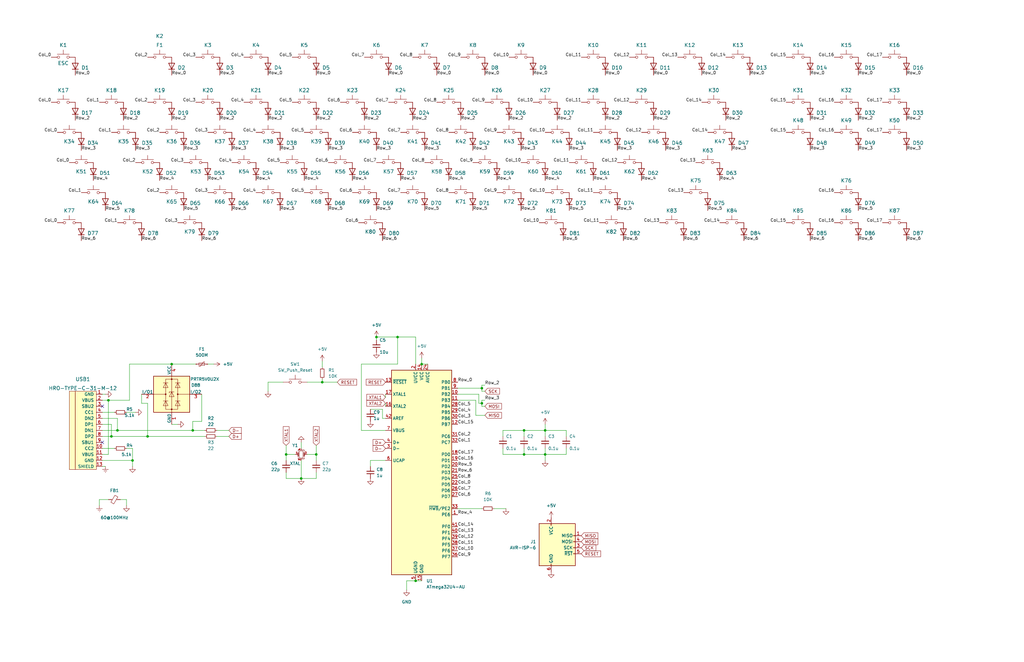
<source format=kicad_sch>
(kicad_sch (version 20211123) (generator eeschema)
  (paper "B")
  (junction (at 49.53 181.61))
  (junction (at 229.87 181.61))
  (junction (at 167.64 142.24))
  (junction (at 81.28 181.61))
  (junction (at 135.89 161.29))
  (junction (at 133.35 191.77))
  (junction (at 203.2 170.18))
  (junction (at 55.88 194.31))
  (junction (at 62.23 184.15))
  (junction (at 127 201.93))
  (junction (at 46.99 184.15))
  (junction (at 175.26 245.11))
  (junction (at 120.65 191.77))
  (junction (at 45.72 168.91))
  (junction (at 220.98 181.61))
  (junction (at 177.8 153.67))
  (junction (at 72.39 153.67))
  (junction (at 220.98 191.77))
  (junction (at 203.2 163.83))
  (junction (at 158.75 142.24))
  (junction (at 229.87 191.77))
  (no_connect (at 43.18 171.45))
  (no_connect (at 43.18 186.69))
  (wire (pts (xy 59.69 170.18) (xy 62.23 170.18)))
  (wire (pts (xy 85.09 177.8) (xy 81.28 177.8)))
  (wire (pts (xy 156.21 194.31) (xy 156.21 196.85)))
  (wire (pts (xy 135.89 161.29) (xy 142.24 161.29)))
  (wire (pts (xy 161.29 172.72) (xy 156.21 172.72)))
  (wire (pts (xy 81.28 177.8) (xy 81.28 181.61)))
  (wire (pts (xy 133.35 194.31) (xy 133.35 191.77)))
  (wire (pts (xy 201.93 166.37) (xy 201.93 170.18)))
  (wire (pts (xy 72.39 153.67) (xy 82.55 153.67)))
  (wire (pts (xy 55.88 194.31) (xy 55.88 196.85)))
  (wire (pts (xy 162.56 170.18) (xy 162.56 171.45)))
  (wire (pts (xy 203.2 162.56) (xy 204.47 162.56)))
  (wire (pts (xy 212.09 191.77) (xy 220.98 191.77)))
  (wire (pts (xy 41.91 210.82) (xy 41.91 213.36)))
  (wire (pts (xy 127 201.93) (xy 133.35 201.93)))
  (wire (pts (xy 171.45 248.92) (xy 171.45 245.11)))
  (wire (pts (xy 133.35 191.77) (xy 129.54 191.77)))
  (wire (pts (xy 72.39 179.07) (xy 74.93 179.07)))
  (wire (pts (xy 135.89 152.4) (xy 135.89 154.94)))
  (wire (pts (xy 220.98 191.77) (xy 229.87 191.77)))
  (wire (pts (xy 43.18 181.61) (xy 49.53 181.61)))
  (wire (pts (xy 57.15 173.99) (xy 53.34 173.99)))
  (wire (pts (xy 208.28 214.63) (xy 213.36 214.63)))
  (wire (pts (xy 162.56 194.31) (xy 156.21 194.31)))
  (wire (pts (xy 201.93 170.18) (xy 203.2 170.18)))
  (wire (pts (xy 167.64 153.67) (xy 167.64 142.24)))
  (wire (pts (xy 152.4 153.67) (xy 167.64 153.67)))
  (wire (pts (xy 91.44 184.15) (xy 96.52 184.15)))
  (wire (pts (xy 238.76 189.23) (xy 238.76 191.77)))
  (wire (pts (xy 175.26 245.11) (xy 177.8 245.11)))
  (wire (pts (xy 129.54 161.29) (xy 135.89 161.29)))
  (wire (pts (xy 133.35 187.96) (xy 133.35 191.77)))
  (wire (pts (xy 91.44 181.61) (xy 96.52 181.61)))
  (wire (pts (xy 43.18 184.15) (xy 46.99 184.15)))
  (wire (pts (xy 43.18 173.99) (xy 48.26 173.99)))
  (wire (pts (xy 229.87 184.15) (xy 229.87 181.61)))
  (wire (pts (xy 49.53 181.61) (xy 81.28 181.61)))
  (wire (pts (xy 43.18 189.23) (xy 48.26 189.23)))
  (wire (pts (xy 55.88 194.31) (xy 43.18 194.31)))
  (wire (pts (xy 120.65 191.77) (xy 124.46 191.77)))
  (wire (pts (xy 135.89 160.02) (xy 135.89 161.29)))
  (wire (pts (xy 193.04 214.63) (xy 203.2 214.63)))
  (wire (pts (xy 54.61 168.91) (xy 45.72 168.91)))
  (wire (pts (xy 43.18 196.85) (xy 44.45 196.85)))
  (wire (pts (xy 85.09 166.37) (xy 85.09 177.8)))
  (wire (pts (xy 120.65 199.39) (xy 120.65 201.93)))
  (wire (pts (xy 152.4 181.61) (xy 152.4 153.67)))
  (wire (pts (xy 220.98 189.23) (xy 220.98 191.77)))
  (wire (pts (xy 220.98 181.61) (xy 229.87 181.61)))
  (wire (pts (xy 158.75 142.24) (xy 158.75 143.51)))
  (wire (pts (xy 87.63 153.67) (xy 90.17 153.67)))
  (wire (pts (xy 50.8 210.82) (xy 53.34 210.82)))
  (wire (pts (xy 49.53 176.53) (xy 49.53 181.61)))
  (wire (pts (xy 229.87 191.77) (xy 238.76 191.77)))
  (wire (pts (xy 175.26 142.24) (xy 175.26 153.67)))
  (wire (pts (xy 62.23 170.18) (xy 62.23 184.15)))
  (wire (pts (xy 177.8 153.67) (xy 180.34 153.67)))
  (wire (pts (xy 161.29 176.53) (xy 161.29 172.72)))
  (wire (pts (xy 43.18 179.07) (xy 46.99 179.07)))
  (wire (pts (xy 193.04 168.91) (xy 200.66 168.91)))
  (wire (pts (xy 171.45 245.11) (xy 175.26 245.11)))
  (wire (pts (xy 113.03 161.29) (xy 113.03 165.1)))
  (wire (pts (xy 54.61 153.67) (xy 54.61 168.91)))
  (wire (pts (xy 46.99 184.15) (xy 62.23 184.15)))
  (wire (pts (xy 203.2 165.1) (xy 204.47 165.1)))
  (wire (pts (xy 229.87 189.23) (xy 229.87 191.77)))
  (wire (pts (xy 229.87 191.77) (xy 229.87 194.31)))
  (wire (pts (xy 119.38 161.29) (xy 113.03 161.29)))
  (wire (pts (xy 200.66 168.91) (xy 200.66 175.26)))
  (wire (pts (xy 212.09 181.61) (xy 212.09 184.15)))
  (wire (pts (xy 152.4 181.61) (xy 162.56 181.61)))
  (wire (pts (xy 55.88 189.23) (xy 55.88 194.31)))
  (wire (pts (xy 175.26 142.24) (xy 167.64 142.24)))
  (wire (pts (xy 193.04 166.37) (xy 201.93 166.37)))
  (wire (pts (xy 193.04 163.83) (xy 203.2 163.83)))
  (wire (pts (xy 127 194.31) (xy 127 201.93)))
  (wire (pts (xy 43.18 166.37) (xy 44.45 166.37)))
  (wire (pts (xy 127 186.69) (xy 127 189.23)))
  (wire (pts (xy 133.35 201.93) (xy 133.35 199.39)))
  (wire (pts (xy 229.87 181.61) (xy 238.76 181.61)))
  (wire (pts (xy 204.47 168.91) (xy 203.2 168.91)))
  (wire (pts (xy 203.2 171.45) (xy 203.2 170.18)))
  (wire (pts (xy 53.34 189.23) (xy 55.88 189.23)))
  (wire (pts (xy 120.65 187.96) (xy 120.65 191.77)))
  (wire (pts (xy 229.87 179.07) (xy 229.87 181.61)))
  (wire (pts (xy 158.75 142.24) (xy 167.64 142.24)))
  (wire (pts (xy 162.56 176.53) (xy 161.29 176.53)))
  (wire (pts (xy 81.28 181.61) (xy 86.36 181.61)))
  (wire (pts (xy 200.66 175.26) (xy 204.47 175.26)))
  (wire (pts (xy 162.56 167.64) (xy 162.56 166.37)))
  (wire (pts (xy 45.72 191.77) (xy 45.72 168.91)))
  (wire (pts (xy 120.65 191.77) (xy 120.65 194.31)))
  (wire (pts (xy 72.39 153.67) (xy 54.61 153.67)))
  (wire (pts (xy 45.72 168.91) (xy 43.18 168.91)))
  (wire (pts (xy 62.23 184.15) (xy 86.36 184.15)))
  (wire (pts (xy 46.99 179.07) (xy 46.99 184.15)))
  (wire (pts (xy 59.69 166.37) (xy 59.69 170.18)))
  (wire (pts (xy 220.98 181.61) (xy 220.98 184.15)))
  (wire (pts (xy 238.76 184.15) (xy 238.76 181.61)))
  (wire (pts (xy 120.65 201.93) (xy 127 201.93)))
  (wire (pts (xy 41.91 210.82) (xy 45.72 210.82)))
  (wire (pts (xy 43.18 191.77) (xy 45.72 191.77)))
  (wire (pts (xy 204.47 171.45) (xy 203.2 171.45)))
  (wire (pts (xy 203.2 162.56) (xy 203.2 163.83)))
  (wire (pts (xy 212.09 181.61) (xy 220.98 181.61)))
  (wire (pts (xy 177.8 151.13) (xy 177.8 153.67)))
  (wire (pts (xy 53.34 210.82) (xy 53.34 213.36)))
  (wire (pts (xy 212.09 189.23) (xy 212.09 191.77)))
  (wire (pts (xy 203.2 168.91) (xy 203.2 170.18)))
  (wire (pts (xy 43.18 176.53) (xy 49.53 176.53)))
  (wire (pts (xy 203.2 165.1) (xy 203.2 163.83)))
  (label "Col_7" (at 153.67 24.13 180))
  (label "Col_9" (at 204.47 43.18 180))
  (label "Col_2" (at 193.04 184.15 0))
  (label "Col_14" (at 295.91 43.18 180))
  (label "Row_2" (at 306.07 50.8 0))
  (label "Row_0" (at 204.47 31.75 0))
  (label "Col_11" (at 245.11 24.13 180))
  (label "Row_5" (at 44.45 88.9 0))
  (label "Col_17" (at 372.11 24.13 180))
  (label "Col_2" (at 57.15 68.58 180))
  (label "Col_2" (at 67.31 55.88 180))
  (label "Col_7" (at 193.04 207.01 0))
  (label "Row_6" (at 59.69 101.6 0))
  (label "Col_11" (at 250.19 81.28 180))
  (label "Row_3" (at 382.27 63.5 0))
  (label "Col_13" (at 278.13 93.98 180))
  (label "Col_14" (at 306.07 24.13 180))
  (label "Row_0" (at 184.15 31.75 0))
  (label "Col_9" (at 209.55 55.88 180))
  (label "Row_0" (at 193.04 161.29 0))
  (label "Col_8" (at 193.04 201.93 0))
  (label "Col_1" (at 193.04 186.69 0))
  (label "Col_10" (at 219.71 68.58 180))
  (label "Col_3" (at 77.47 68.58 180))
  (label "Col_11" (at 252.73 93.98 180))
  (label "Row_3" (at 280.67 63.5 0))
  (label "Row_3" (at 204.47 168.91 0))
  (label "Col_2" (at 62.23 43.18 180))
  (label "Row_5" (at 118.11 88.9 0))
  (label "Row_3" (at 341.63 63.5 0))
  (label "Col_16" (at 351.79 24.13 180))
  (label "Col_4" (at 102.87 24.13 180))
  (label "Row_6" (at 34.29 101.6 0))
  (label "Row_4" (at 67.31 76.2 0))
  (label "Row_4" (at 128.27 76.2 0))
  (label "Row_2" (at 153.67 50.8 0))
  (label "Row_3" (at 179.07 63.5 0))
  (label "Row_4" (at 168.91 76.2 0))
  (label "Col_11" (at 245.11 43.18 180))
  (label "Col_9" (at 194.31 24.13 180))
  (label "Col_0" (at 21.59 43.18 180))
  (label "Col_0" (at 21.59 24.13 180))
  (label "Row_2" (at 113.03 50.8 0))
  (label "Col_7" (at 163.83 43.18 180))
  (label "Row_4" (at 87.63 76.2 0))
  (label "Col_8" (at 179.07 68.58 180))
  (label "Col_15" (at 331.47 24.13 180))
  (label "Col_5" (at 123.19 24.13 180))
  (label "Col_17" (at 372.11 43.18 180))
  (label "Row_0" (at 72.39 31.75 0))
  (label "Row_2" (at 361.95 50.8 0))
  (label "Col_17" (at 372.11 93.98 180))
  (label "Col_6" (at 138.43 68.58 180))
  (label "Col_9" (at 199.39 68.58 180))
  (label "Col_12" (at 270.51 55.88 180))
  (label "Row_2" (at 234.95 50.8 0))
  (label "Col_4" (at 107.95 55.88 180))
  (label "Row_4" (at 303.53 76.2 0))
  (label "Col_3" (at 74.93 93.98 180))
  (label "Row_0" (at 295.91 31.75 0))
  (label "Col_15" (at 193.04 179.07 0))
  (label "Row_4" (at 270.51 76.2 0))
  (label "Col_0" (at 193.04 204.47 0))
  (label "Col_12" (at 265.43 24.13 180))
  (label "Col_10" (at 193.04 232.41 0))
  (label "Col_6" (at 193.04 209.55 0))
  (label "Row_5" (at 97.79 88.9 0))
  (label "Row_2" (at 255.27 50.8 0))
  (label "Row_4" (at 250.19 76.2 0))
  (label "Row_0" (at 163.83 31.75 0))
  (label "Col_5" (at 193.04 171.45 0))
  (label "Col_7" (at 168.91 81.28 180))
  (label "Row_6" (at 262.89 101.6 0))
  (label "Col_11" (at 193.04 229.87 0))
  (label "Row_2" (at 341.63 50.8 0))
  (label "Col_4" (at 193.04 173.99 0))
  (label "Row_2" (at 133.35 50.8 0))
  (label "Row_0" (at 113.03 31.75 0))
  (label "Col_5" (at 128.27 81.28 180))
  (label "Col_10" (at 229.87 55.88 180))
  (label "Row_6" (at 382.27 101.6 0))
  (label "Col_8" (at 173.99 24.13 180))
  (label "Col_6" (at 148.59 81.28 180))
  (label "Row_3" (at 57.15 63.5 0))
  (label "Col_12" (at 193.04 227.33 0))
  (label "Col_14" (at 303.53 93.98 180))
  (label "Row_0" (at 133.35 31.75 0))
  (label "Col_1" (at 41.91 43.18 180))
  (label "Col_16" (at 351.79 81.28 180))
  (label "Row_3" (at 199.39 63.5 0))
  (label "Row_4" (at 193.04 217.17 0))
  (label "Col_13" (at 288.29 81.28 180))
  (label "Col_14" (at 298.45 55.88 180))
  (label "Row_5" (at 240.03 88.9 0))
  (label "Col_11" (at 240.03 68.58 180))
  (label "Row_3" (at 97.79 63.5 0))
  (label "Col_10" (at 227.33 93.98 180))
  (label "Row_2" (at 52.07 50.8 0))
  (label "Col_9" (at 209.55 81.28 180))
  (label "Col_10" (at 214.63 24.13 180))
  (label "Col_16" (at 351.79 93.98 180))
  (label "Row_6" (at 313.69 101.6 0))
  (label "Row_6" (at 85.09 101.6 0))
  (label "Col_1" (at 46.99 55.88 180))
  (label "Row_6" (at 237.49 101.6 0))
  (label "Col_16" (at 193.04 194.31 0))
  (label "Col_5" (at 123.19 43.18 180))
  (label "Col_13" (at 193.04 224.79 0))
  (label "Row_2" (at 92.71 50.8 0))
  (label "Row_0" (at 31.75 31.75 0))
  (label "Col_3" (at 82.55 24.13 180))
  (label "Row_3" (at 240.03 63.5 0))
  (label "Col_3" (at 193.04 176.53 0))
  (label "Row_0" (at 361.95 31.75 0))
  (label "Col_7" (at 158.75 68.58 180))
  (label "Col_2" (at 67.31 81.28 180))
  (label "Row_3" (at 34.29 63.5 0))
  (label "Row_5" (at 219.71 88.9 0))
  (label "Col_14" (at 193.04 222.25 0))
  (label "Row_2" (at 275.59 50.8 0))
  (label "Col_17" (at 193.04 191.77 0))
  (label "Row_2" (at 204.47 162.56 0))
  (label "Row_3" (at 158.75 63.5 0))
  (label "Col_6" (at 151.13 93.98 180))
  (label "Row_6" (at 341.63 101.6 0))
  (label "Row_0" (at 224.79 31.75 0))
  (label "Col_15" (at 331.47 43.18 180))
  (label "Row_5" (at 179.07 88.9 0))
  (label "Row_6" (at 161.29 101.6 0))
  (label "Row_5" (at 193.04 196.85 0))
  (label "Col_3" (at 87.63 81.28 180))
  (label "Col_17" (at 372.11 55.88 180))
  (label "Row_3" (at 219.71 63.5 0))
  (label "Col_11" (at 250.19 55.88 180))
  (label "Row_3" (at 118.11 63.5 0))
  (label "Row_3" (at 77.47 63.5 0))
  (label "Col_15" (at 331.47 93.98 180))
  (label "Row_4" (at 209.55 76.2 0))
  (label "Row_5" (at 361.95 88.9 0))
  (label "Col_0" (at 29.21 68.58 180))
  (label "Col_8" (at 189.23 81.28 180))
  (label "Col_0" (at 24.13 93.98 180))
  (label "Col_5" (at 128.27 55.88 180))
  (label "Row_2" (at 72.39 50.8 0))
  (label "Col_2" (at 62.23 24.13 180))
  (label "Col_8" (at 184.15 43.18 180))
  (label "Row_5" (at 138.43 88.9 0))
  (label "Col_16" (at 351.79 43.18 180))
  (label "Row_0" (at 382.27 31.75 0))
  (label "Col_3" (at 82.55 43.18 180))
  (label "Col_15" (at 331.47 55.88 180))
  (label "Col_4" (at 102.87 43.18 180))
  (label "Col_1" (at 49.53 93.98 180))
  (label "Row_4" (at 229.87 76.2 0))
  (label "Row_2" (at 31.75 50.8 0))
  (label "Row_0" (at 275.59 31.75 0))
  (label "Row_5" (at 77.47 88.9 0))
  (label "Row_6" (at 361.95 101.6 0))
  (label "Row_2" (at 382.27 50.8 0))
  (label "Col_10" (at 229.87 81.28 180))
  (label "Col_12" (at 260.35 68.58 180))
  (label "Col_6" (at 143.51 43.18 180))
  (label "Row_3" (at 260.35 63.5 0))
  (label "Col_12" (at 265.43 43.18 180))
  (label "Row_5" (at 199.39 88.9 0))
  (label "Row_4" (at 148.59 76.2 0))
  (label "Col_13" (at 293.37 68.58 180))
  (label "Col_13" (at 285.75 24.13 180))
  (label "Row_6" (at 193.04 199.39 0))
  (label "Col_7" (at 168.91 55.88 180))
  (label "Row_4" (at 189.23 76.2 0))
  (label "Col_3" (at 87.63 55.88 180))
  (label "Row_4" (at 107.95 76.2 0))
  (label "Row_2" (at 214.63 50.8 0))
  (label "Col_10" (at 224.79 43.18 180))
  (label "Col_8" (at 189.23 55.88 180))
  (label "Row_3" (at 361.95 63.5 0))
  (label "Col_4" (at 107.95 81.28 180))
  (label "Row_2" (at 194.31 50.8 0))
  (label "Col_16" (at 351.79 55.88 180))
  (label "Row_4" (at 39.37 76.2 0))
  (label "Row_0" (at 341.63 31.75 0))
  (label "Row_3" (at 138.43 63.5 0))
  (label "Col_1" (at 34.29 81.28 180))
  (label "Col_0" (at 24.13 55.88 180))
  (label "Row_5" (at 298.45 88.9 0))
  (label "Row_0" (at 316.23 31.75 0))
  (label "Row_2" (at 173.99 50.8 0))
  (label "Col_5" (at 118.11 68.58 180))
  (label "Col_9" (at 193.04 234.95 0))
  (label "Row_0" (at 92.71 31.75 0))
  (label "Row_3" (at 308.61 63.5 0))
  (label "Col_6" (at 148.59 55.88 180))
  (label "Row_5" (at 158.75 88.9 0))
  (label "Row_5" (at 260.35 88.9 0))
  (label "Col_4" (at 97.79 68.58 180))
  (label "Row_0" (at 255.27 31.75 0))
  (label "Row_6" (at 288.29 101.6 0))
  (global_label "XTAL2" (shape input) (at 162.56 170.18 180) (property "Références Inter-Feuilles" "${INTERSHEET_REFS}" (effects hide)))
  (global_label "RESET" (shape input) (at 162.56 161.29 180) (property "Références Inter-Feuilles" "${INTERSHEET_REFS}" (effects hide)))
  (global_label "D-" (shape input) (at 162.56 189.23 180) (property "Références Inter-Feuilles" "${INTERSHEET_REFS}" (effects hide)))
  (global_label "SCK" (shape input) (at 204.47 165.1 0) (property "Références Inter-Feuilles" "${INTERSHEET_REFS}" (effects hide)))
  (global_label "XTAL1" (shape input) (at 120.65 187.96 90) (property "Références Inter-Feuilles" "${INTERSHEET_REFS}" (effects hide)))
  (global_label "MOSI" (shape input) (at 245.11 228.6 0) (property "Références Inter-Feuilles" "${INTERSHEET_REFS}" (effects hide)))
  (global_label "SCK" (shape input) (at 245.11 231.14 0) (property "Références Inter-Feuilles" "${INTERSHEET_REFS}" (effects hide)))
  (global_label "D+" (shape input) (at 96.52 184.15 0) (property "Références Inter-Feuilles" "${INTERSHEET_REFS}" (effects hide)))
  (global_label "MISO" (shape input) (at 245.11 226.06 0) (property "Références Inter-Feuilles" "${INTERSHEET_REFS}" (effects hide)))
  (global_label "D+" (shape input) (at 162.56 186.69 180) (property "Références Inter-Feuilles" "${INTERSHEET_REFS}" (effects hide)))
  (global_label "RESET" (shape input) (at 245.11 233.68 0) (property "Références Inter-Feuilles" "${INTERSHEET_REFS}" (effects hide)))
  (global_label "XTAL2" (shape input) (at 133.35 187.96 90) (property "Références Inter-Feuilles" "${INTERSHEET_REFS}" (effects hide)))
  (global_label "D-" (shape input) (at 96.52 181.61 0) (property "Références Inter-Feuilles" "${INTERSHEET_REFS}" (effects hide)))
  (global_label "XTAL1" (shape input) (at 162.56 167.64 180) (property "Références Inter-Feuilles" "${INTERSHEET_REFS}" (effects hide)))
  (global_label "MOSI" (shape input) (at 204.47 171.45 0) (property "Références Inter-Feuilles" "${INTERSHEET_REFS}" (effects hide)))
  (global_label "MISO" (shape input) (at 204.47 175.26 0) (property "Références Inter-Feuilles" "${INTERSHEET_REFS}" (effects hide)))
  (global_label "RESET" (shape input) (at 142.24 161.29 0) (property "Références Inter-Feuilles" "${INTERSHEET_REFS}" (effects hide)))
  (symbol (lib_id "Switch:SW_Push") (at 265.43 68.58 0) (unit 1)
    (property "Reference" "K62" (at 265.43 72.39 0) (effects (font (size 1.524 1.524))))
    (property "Value" "È" (effects hide))
    (property "Footprint" "Button_Switch_Keyboard:SW_Cherry_MX_1.00u_PCB" (effects hide))
  )
  (symbol (lib_id "Device:D") (at 97.79 85.09 90) (unit 1)
    (property "Reference" "D66" (at 100.33 85.725 90) (effects (font (size 1.524 1.524)) (justify right)))
    (property "Value" "D" (effects hide))
    (property "Footprint" "Diode_SMD:D_SOD-123" (effects hide))
  )
  (symbol (lib_id "Device:D") (at 382.27 59.69 90) (unit 1)
    (property "Reference" "D50" (at 384.81 60.325 90) (effects (font (size 1.524 1.524)) (justify right)))
    (property "Value" "D" (effects hide))
    (property "Footprint" "Diode_SMD:D_SOD-123" (effects hide))
  )
  (symbol (lib_id "Switch:SW_Push") (at 290.83 24.13 0) (unit 1)
    (property "Reference" "K12" (at 290.83 19.05 0) (effects (font (size 1.524 1.524))))
    (property "Value" "F11" (effects hide))
    (property "Footprint" "Button_Switch_Keyboard:SW_Cherry_MX_1.00u_PCB" (effects hide))
  )
  (symbol (lib_id "Switch:SW_Push") (at 153.67 55.88 0) (unit 1)
    (property "Reference" "K40" (at 153.67 59.69 0) (effects (font (size 1.524 1.524))))
    (property "Value" "Y" (effects hide))
    (property "Footprint" "Button_Switch_Keyboard:SW_Cherry_MX_1.00u_PCB" (effects hide))
  )
  (symbol (lib_id "power:GND") (at 156.21 201.93 0) (unit 1)
    (property "Reference" "#PWR0109" (effects hide))
    (property "Value" "GND" (effects hide))
  )
  (symbol (lib_id "Switch:SW_Push") (at 184.15 68.58 0) (unit 1)
    (property "Reference" "K58" (at 184.15 72.39 0) (effects (font (size 1.524 1.524))))
    (property "Value" "J" (effects hide))
    (property "Footprint" "Button_Switch_Keyboard:SW_Cherry_MX_1.00u_PCB" (effects hide))
  )
  (symbol (lib_id "Switch:SW_Push") (at 204.47 68.58 0) (unit 1)
    (property "Reference" "K59" (at 204.47 72.39 0) (effects (font (size 1.524 1.524))))
    (property "Value" "K" (effects hide))
    (property "Footprint" "Button_Switch_Keyboard:SW_Cherry_MX_1.00u_PCB" (effects hide))
  )
  (symbol (lib_id "Device:D") (at 298.45 85.09 90) (unit 1)
    (property "Reference" "D75" (at 300.99 85.725 90) (effects (font (size 1.524 1.524)) (justify right)))
    (property "Value" "D" (effects hide))
    (property "Footprint" "Diode_SMD:D_SOD-123" (effects hide))
  )
  (symbol (lib_id "power:GND") (at 127 201.93 0) (unit 1)
    (property "Reference" "#PWR0110" (effects hide))
    (property "Value" "GND" (effects hide))
  )
  (symbol (lib_id "Device:C_Small") (at 229.87 186.69 180) (unit 1)
    (property "Reference" "C3" (at 231.14 184.15 0) (effects (justify right)))
    (property "Value" "0.1u" (at 231.14 189.23 0) (effects (justify right)))
    (property "Footprint" "Capacitor_SMD:C_0805_2012Metric_Pad1.18x1.45mm_HandSolder" (effects hide))
  )
  (symbol (lib_id "Connector:AVR-ISP-6") (at 234.95 231.14 0) (unit 1)
    (property "Reference" "J1" (at 226.06 228.5999 0) (effects (justify right)))
    (property "Value" "AVR-ISP-6" (at 226.06 231.1399 0) (effects (justify right)))
    (property "Footprint" "random-keyboard-parts:Reset_Pretty-Mask" (effects hide))
    (property "Datasheet" " ~" (effects hide))
  )
  (symbol (lib_id "Device:D") (at 361.95 46.99 90) (unit 1)
    (property "Reference" "D32" (at 364.49 47.625 90) (effects (font (size 1.524 1.524)) (justify right)))
    (property "Value" "D" (effects hide))
    (property "Footprint" "Diode_SMD:D_SOD-123" (effects hide))
  )
  (symbol (lib_id "power:GND") (at 232.41 241.3 0) (unit 1)
    (property "Reference" "#PWR09" (effects hide))
    (property "Value" "GND" (effects hide))
  )
  (symbol (lib_id "Device:D") (at 240.03 85.09 90) (unit 1)
    (property "Reference" "D73" (at 242.57 85.725 90) (effects (font (size 1.524 1.524)) (justify right)))
    (property "Value" "D" (effects hide))
    (property "Footprint" "Diode_SMD:D_SOD-123" (effects hide))
  )
  (symbol (lib_id "power:+5V") (at 232.41 218.44 0) (unit 1)
    (property "Reference" "#PWR03" (effects hide))
    (property "Value" "+5V" (at 232.41 213.36 0))
  )
  (symbol (lib_id "Device:D") (at 153.67 46.99 90) (unit 1)
    (property "Reference" "D23" (at 156.21 47.625 90) (effects (font (size 1.524 1.524)) (justify right)))
    (property "Value" "D" (effects hide))
    (property "Footprint" "Diode_SMD:D_SOD-123" (effects hide))
  )
  (symbol (lib_id "Switch:SW_Push") (at 143.51 68.58 0) (unit 1)
    (property "Reference" "K56" (at 143.51 72.39 0) (effects (font (size 1.524 1.524))))
    (property "Value" "G" (effects hide))
    (property "Footprint" "Button_Switch_Keyboard:SW_Cherry_MX_1.00u_PCB" (effects hide))
  )
  (symbol (lib_id "Switch:SW_Push") (at 26.67 24.13 0) (unit 1)
    (property "Reference" "K1" (at 26.67 19.05 0) (effects (font (size 1.524 1.524))))
    (property "Value" "ESC" (at 26.67 26.67 0) (effects (font (size 1.524 1.524))))
    (property "Footprint" "Button_Switch_Keyboard:SW_Cherry_MX_1.00u_PCB" (effects hide))
  )
  (symbol (lib_id "Device:Crystal_GND24_Small") (at 127 191.77 0) (unit 1)
    (property "Reference" "Y1" (at 124.46 187.96 0))
    (property "Value" "XTAL" (at 124.46 195.58 0))
    (property "Footprint" "Crystal:Crystal_SMD_3225-4Pin_3.2x2.5mm_HandSoldering" (effects hide))
  )
  (symbol (lib_id "Device:D") (at 306.07 46.99 90) (unit 1)
    (property "Reference" "D30" (at 308.61 47.625 90) (effects (font (size 1.524 1.524)) (justify right)))
    (property "Value" "D" (effects hide))
    (property "Footprint" "Diode_SMD:D_SOD-123" (effects hide))
  )
  (symbol (lib_id "Switch:SW_Push") (at 283.21 93.98 0) (unit 1)
    (property "Reference" "K83" (at 283.21 88.9 0) (effects (font (size 1.524 1.524))))
    (property "Value" "MENU" (effects hide))
    (property "Footprint" "Button_Switch_Keyboard:SW_Cherry_MX_1.25u_PCB" (effects hide))
  )
  (symbol (lib_id "Device:D") (at 85.09 97.79 90) (unit 1)
    (property "Reference" "D79" (at 87.63 98.425 90) (effects (font (size 1.524 1.524)) (justify right)))
    (property "Value" "D" (effects hide))
    (property "Footprint" "Diode_SMD:D_SOD-123" (effects hide))
  )
  (symbol (lib_id "Switch:SW_Push") (at 377.19 55.88 0) (unit 1)
    (property "Reference" "K50" (at 377.19 50.8 0) (effects (font (size 1.524 1.524))))
    (property "Value" "Previous" (effects hide))
    (property "Footprint" "Button_Switch_Keyboard:SW_Cherry_MX_1.00u_PCB" (effects hide))
  )
  (symbol (lib_id "Switch:SW_Push") (at 39.37 81.28 0) (unit 1)
    (property "Reference" "K64" (at 39.37 85.09 0) (effects (font (size 1.524 1.524))))
    (property "Value" "MAJ G." (effects hide))
    (property "Footprint" "Button_Switch_Keyboard:SW_Cherry_MX_2.25u_PCB" (effects hide))
  )
  (symbol (lib_id "Device:D") (at 219.71 59.69 90) (unit 1)
    (property "Reference" "D43" (at 222.25 60.325 90) (effects (font (size 1.524 1.524)) (justify right)))
    (property "Value" "D" (effects hide))
    (property "Footprint" "Diode_SMD:D_SOD-123" (effects hide))
  )
  (symbol (lib_id "Switch:SW_Push") (at 163.83 68.58 0) (unit 1)
    (property "Reference" "K57" (at 163.83 72.39 0) (effects (font (size 1.524 1.524))))
    (property "Value" "H" (effects hide))
    (property "Footprint" "Button_Switch_Keyboard:SW_Cherry_MX_1.00u_PCB" (effects hide))
  )
  (symbol (lib_id "Device:D") (at 219.71 85.09 90) (unit 1)
    (property "Reference" "D72" (at 222.25 85.725 90) (effects (font (size 1.524 1.524)) (justify right)))
    (property "Value" "D" (effects hide))
    (property "Footprint" "Diode_SMD:D_SOD-123" (effects hide))
  )
  (symbol (lib_id "Switch:SW_Push") (at 26.67 43.18 0) (unit 1)
    (property "Reference" "K17" (at 26.67 38.1 0) (effects (font (size 1.524 1.524))))
    (property "Value" "/" (effects hide))
    (property "Footprint" "Button_Switch_Keyboard:SW_Cherry_MX_1.00u_PCB" (effects hide))
  )
  (symbol (lib_id "Switch:SW_Push") (at 156.21 93.98 0) (unit 1)
    (property "Reference" "K80" (at 156.21 97.79 0) (effects (font (size 1.524 1.524))))
    (property "Value" "BARRE" (effects hide))
    (property "Footprint" "Button_Switch_Keyboard:SW_Cherry_MX_6.25u_PCB" (effects hide))
  )
  (symbol (lib_id "Device:D") (at 240.03 59.69 90) (unit 1)
    (property "Reference" "D44" (at 242.57 60.325 90) (effects (font (size 1.524 1.524)) (justify right)))
    (property "Value" "D" (effects hide))
    (property "Footprint" "Diode_SMD:D_SOD-123" (effects hide))
  )
  (symbol (lib_id "Device:D") (at 229.87 72.39 90) (unit 1)
    (property "Reference" "D60" (at 232.41 73.025 90) (effects (font (size 1.524 1.524)) (justify right)))
    (property "Value" "D" (effects hide))
    (property "Footprint" "Diode_SMD:D_SOD-123" (effects hide))
  )
  (symbol (lib_id "Switch:SW_Push") (at 336.55 55.88 0) (unit 1)
    (property "Reference" "K48" (at 336.55 50.8 0) (effects (font (size 1.524 1.524))))
    (property "Value" "Suppr" (effects hide))
    (property "Footprint" "Button_Switch_Keyboard:SW_Cherry_MX_1.00u_PCB" (effects hide))
  )
  (symbol (lib_id "Device:D") (at 184.15 27.94 90) (unit 1)
    (property "Reference" "D7" (at 186.69 28.575 90) (effects (font (size 1.524 1.524)) (justify right)))
    (property "Value" "D" (effects hide))
    (property "Footprint" "Diode_SMD:D_SOD-123" (effects hide))
  )
  (symbol (lib_id "Switch:SW_Push") (at 173.99 55.88 0) (unit 1)
    (property "Reference" "K41" (at 173.99 59.69 0) (effects (font (size 1.524 1.524))))
    (property "Value" "U" (effects hide))
    (property "Footprint" "Button_Switch_Keyboard:SW_Cherry_MX_1.00u_PCB" (effects hide))
  )
  (symbol (lib_id "power:GND") (at 229.87 194.31 0) (unit 1)
    (property "Reference" "#PWR0112" (effects hide))
    (property "Value" "GND" (effects hide))
  )
  (symbol (lib_id "power:GND") (at 156.21 177.8 0) (unit 1)
    (property "Reference" "#PWR0114" (effects hide))
    (property "Value" "GND" (effects hide))
  )
  (symbol (lib_id "Device:D") (at 118.11 85.09 90) (unit 1)
    (property "Reference" "D67" (at 120.65 85.725 90) (effects (font (size 1.524 1.524)) (justify right)))
    (property "Value" "D" (effects hide))
    (property "Footprint" "Diode_SMD:D_SOD-123" (effects hide))
  )
  (symbol (lib_id "power:+5V") (at 229.87 179.07 0) (unit 1)
    (property "Reference" "#PWR0104" (effects hide))
    (property "Value" "+5V" (at 229.87 173.99 0))
  )
  (symbol (lib_id "Device:C_Small") (at 133.35 196.85 180) (unit 1)
    (property "Reference" "C7" (at 135.89 195.5735 0) (effects (justify right)))
    (property "Value" "22p" (at 135.89 198.1135 0) (effects (justify right)))
    (property "Footprint" "Capacitor_SMD:C_0805_2012Metric_Pad1.18x1.45mm_HandSolder" (effects hide))
  )
  (symbol (lib_id "Switch:SW_Push") (at 311.15 24.13 0) (unit 1)
    (property "Reference" "K13" (at 311.15 19.05 0) (effects (font (size 1.524 1.524))))
    (property "Value" "F12" (effects hide))
    (property "Footprint" "Button_Switch_Keyboard:SW_Cherry_MX_1.00u_PCB" (effects hide))
  )
  (symbol (lib_id "Device:D") (at 341.63 46.99 90) (unit 1)
    (property "Reference" "D31" (at 344.17 47.625 90) (effects (font (size 1.524 1.524)) (justify right)))
    (property "Value" "D" (effects hide))
    (property "Footprint" "Diode_SMD:D_SOD-123" (effects hide))
  )
  (symbol (lib_id "Device:D") (at 113.03 27.94 90) (unit 1)
    (property "Reference" "D4" (at 115.57 28.575 90) (effects (font (size 1.524 1.524)) (justify right)))
    (property "Value" "D" (effects hide))
    (property "Footprint" "Diode_SMD:D_SOD-123" (effects hide))
  )
  (symbol (lib_id "Device:D") (at 72.39 46.99 90) (unit 1)
    (property "Reference" "D19" (at 74.93 47.625 90) (effects (font (size 1.524 1.524)) (justify right)))
    (property "Value" "D" (effects hide))
    (property "Footprint" "Diode_SMD:D_SOD-123" (effects hide))
  )
  (symbol (lib_id "Switch:SW_Push") (at 224.79 68.58 0) (unit 1)
    (property "Reference" "K60" (at 224.79 72.39 0) (effects (font (size 1.524 1.524))))
    (property "Value" "L" (effects hide))
    (property "Footprint" "Button_Switch_Keyboard:SW_Cherry_MX_1.00u_PCB" (effects hide))
  )
  (symbol (lib_id "Device:C_Small") (at 156.21 199.39 180) (unit 1)
    (property "Reference" "C8" (at 158.75 198.1135 0) (effects (justify right)))
    (property "Value" "1u" (at 158.75 200.6535 0) (effects (justify right)))
    (property "Footprint" "Capacitor_SMD:C_0805_2012Metric_Pad1.18x1.45mm_HandSolder" (effects hide))
  )
  (symbol (lib_id "Switch:SW_Push") (at 194.31 55.88 0) (unit 1)
    (property "Reference" "K42" (at 194.31 59.69 0) (effects (font (size 1.524 1.524))))
    (property "Value" "I" (effects hide))
    (property "Footprint" "Button_Switch_Keyboard:SW_Cherry_MX_1.00u_PCB" (effects hide))
  )
  (symbol (lib_id "Switch:SW_Push") (at 92.71 55.88 0) (unit 1)
    (property "Reference" "K37" (at 92.71 59.69 0) (effects (font (size 1.524 1.524))))
    (property "Value" "E" (effects hide))
    (property "Footprint" "Button_Switch_Keyboard:SW_Cherry_MX_1.00u_PCB" (effects hide))
  )
  (symbol (lib_id "Device:D") (at 77.47 85.09 90) (unit 1)
    (property "Reference" "D65" (at 80.01 85.725 90) (effects (font (size 1.524 1.524)) (justify right)))
    (property "Value" "D" (effects hide))
    (property "Footprint" "Diode_SMD:D_SOD-123" (effects hide))
  )
  (symbol (lib_id "Device:D") (at 382.27 27.94 90) (unit 1)
    (property "Reference" "D16" (at 384.81 28.575 90) (effects (font (size 1.524 1.524)) (justify right)))
    (property "Value" "D" (effects hide))
    (property "Footprint" "Diode_SMD:D_SOD-123" (effects hide))
  )
  (symbol (lib_id "Switch:SW_Push") (at 82.55 68.58 0) (unit 1)
    (property "Reference" "K53" (at 82.55 72.39 0) (effects (font (size 1.524 1.524))))
    (property "Value" "S" (effects hide))
    (property "Footprint" "Button_Switch_Keyboard:SW_Cherry_MX_1.00u_PCB" (effects hide))
  )
  (symbol (lib_id "Switch:SW_Push") (at 153.67 81.28 0) (unit 1)
    (property "Reference" "K69" (at 153.67 85.09 0) (effects (font (size 1.524 1.524))))
    (property "Value" "B" (effects hide))
    (property "Footprint" "Button_Switch_Keyboard:SW_Cherry_MX_1.00u_PCB" (effects hide))
  )
  (symbol (lib_id "Device:D") (at 361.95 97.79 90) (unit 1)
    (property "Reference" "D86" (at 364.49 98.425 90) (effects (font (size 1.524 1.524)) (justify right)))
    (property "Value" "D" (effects hide))
    (property "Footprint" "Diode_SMD:D_SOD-123" (effects hide))
  )
  (symbol (lib_id "Device:D") (at 161.29 97.79 90) (unit 1)
    (property "Reference" "D80" (at 163.83 98.425 90) (effects (font (size 1.524 1.524)) (justify right)))
    (property "Value" "D" (effects hide))
    (property "Footprint" "Diode_SMD:D_SOD-123" (effects hide))
  )
  (symbol (lib_id "Switch:SW_Push") (at 377.19 24.13 0) (unit 1)
    (property "Reference" "K16" (at 377.19 19.05 0) (effects (font (size 1.524 1.524))))
    (property "Value" "Pause" (effects hide))
    (property "Footprint" "Button_Switch_Keyboard:SW_Cherry_MX_1.00u_PCB" (effects hide))
  )
  (symbol (lib_id "Switch:SW_Push") (at 67.31 43.18 0) (unit 1)
    (property "Reference" "K19" (at 67.31 38.1 0) (effects (font (size 1.524 1.524))))
    (property "Value" "2" (effects hide))
    (property "Footprint" "Button_Switch_Keyboard:SW_Cherry_MX_1.00u_PCB" (effects hide))
  )
  (symbol (lib_id "Device:D") (at 361.95 85.09 90) (unit 1)
    (property "Reference" "D76" (at 364.49 85.725 90) (effects (font (size 1.524 1.524)) (justify right)))
    (property "Value" "D" (effects hide))
    (property "Footprint" "Diode_SMD:D_SOD-123" (effects hide))
  )
  (symbol (lib_id "Switch:SW_Push") (at 113.03 81.28 0) (unit 1)
    (property "Reference" "K67" (at 113.03 85.09 0) (effects (font (size 1.524 1.524))))
    (property "Value" "C" (effects hide))
    (property "Footprint" "Button_Switch_Keyboard:SW_Cherry_MX_1.00u_PCB" (effects hide))
  )
  (symbol (lib_id "Switch:SW_Push") (at 87.63 43.18 0) (unit 1)
    (property "Reference" "K20" (at 87.63 38.1 0) (effects (font (size 1.524 1.524))))
    (property "Value" "3" (effects hide))
    (property "Footprint" "Button_Switch_Keyboard:SW_Cherry_MX_1.00u_PCB" (effects hide))
  )
  (symbol (lib_id "Device:D") (at 316.23 27.94 90) (unit 1)
    (property "Reference" "D13" (at 318.77 28.575 90) (effects (font (size 1.524 1.524)) (justify right)))
    (property "Value" "D" (effects hide))
    (property "Footprint" "Diode_SMD:D_SOD-123" (effects hide))
  )
  (symbol (lib_id "Device:D") (at 72.39 27.94 90) (unit 1)
    (property "Reference" "D2" (at 74.93 28.575 90) (effects (font (size 1.524 1.524)) (justify right)))
    (property "Value" "D" (effects hide))
    (property "Footprint" "Diode_SMD:D_SOD-123" (effects hide))
  )
  (symbol (lib_id "Device:C_Small") (at 220.98 186.69 180) (unit 1)
    (property "Reference" "C2" (at 222.25 184.15 0) (effects (justify right)))
    (property "Value" "0.1u" (at 222.25 189.23 0) (effects (justify right)))
    (property "Footprint" "Capacitor_SMD:C_0805_2012Metric_Pad1.18x1.45mm_HandSolder" (effects hide))
  )
  (symbol (lib_id "Switch:SW_Push") (at 124.46 161.29 0) (unit 1)
    (property "Reference" "SW1" (at 124.46 153.67 0))
    (property "Value" "SW_Push_Reset" (at 124.46 156.21 0))
    (property "Footprint" "Button_Switch_SMD:SW_SPST_SKQG_WithStem" (effects hide))
  )
  (symbol (lib_id "Switch:SW_Push") (at 107.95 24.13 0) (unit 1)
    (property "Reference" "K4" (at 107.95 19.05 0) (effects (font (size 1.524 1.524))))
    (property "Value" "F3" (effects hide))
    (property "Footprint" "Button_Switch_Keyboard:SW_Cherry_MX_1.00u_PCB" (effects hide))
  )
  (symbol (lib_id "Device:D") (at 107.95 72.39 90) (unit 1)
    (property "Reference" "D54" (at 110.49 73.025 90) (effects (font (size 1.524 1.524)) (justify right)))
    (property "Value" "D" (effects hide))
    (property "Footprint" "Diode_SMD:D_SOD-123" (effects hide))
  )
  (symbol (lib_id "Switch:SW_Push") (at 29.21 55.88 0) (unit 1)
    (property "Reference" "K34" (at 29.21 59.69 0) (effects (font (size 1.524 1.524))))
    (property "Value" "TAB" (effects hide))
    (property "Footprint" "Button_Switch_Keyboard:SW_Cherry_MX_1.25u_PCB" (effects hide))
  )
  (symbol (lib_id "Switch:SW_Push") (at 148.59 43.18 0) (unit 1)
    (property "Reference" "K23" (at 148.59 38.1 0) (effects (font (size 1.524 1.524))))
    (property "Value" "6" (effects hide))
    (property "Footprint" "Button_Switch_Keyboard:SW_Cherry_MX_1.00u_PCB" (effects hide))
  )
  (symbol (lib_id "Device:D") (at 179.07 85.09 90) (unit 1)
    (property "Reference" "D70" (at 181.61 85.725 90) (effects (font (size 1.524 1.524)) (justify right)))
    (property "Value" "D" (effects hide))
    (property "Footprint" "Diode_SMD:D_SOD-123" (effects hide))
  )
  (symbol (lib_id "Switch:SW_Push") (at 356.87 81.28 0) (unit 1)
    (property "Reference" "K76" (at 356.87 76.2 0) (effects (font (size 1.524 1.524))))
    (property "Value" "UP Arrow" (effects hide))
    (property "Footprint" "Button_Switch_Keyboard:SW_Cherry_MX_1.00u_PCB" (effects hide))
  )
  (symbol (lib_id "Switch:SW_Push") (at 336.55 24.13 0) (unit 1)
    (property "Reference" "K14" (at 336.55 19.05 0) (effects (font (size 1.524 1.524))))
    (property "Value" "Imp_Ecran" (effects hide))
    (property "Footprint" "Button_Switch_Keyboard:SW_Cherry_MX_1.00u_PCB" (effects hide))
  )
  (symbol (lib_id "Switch:SW_Push") (at 194.31 81.28 0) (unit 1)
    (property "Reference" "K71" (at 194.31 85.09 0) (effects (font (size 1.524 1.524))))
    (property "Value" "M" (effects hide))
    (property "Footprint" "Button_Switch_Keyboard:SW_Cherry_MX_1.00u_PCB" (effects hide))
  )
  (symbol (lib_id "Device:D") (at 31.75 46.99 90) (unit 1)
    (property "Reference" "D17" (at 34.29 47.625 90) (effects (font (size 1.524 1.524)) (justify right)))
    (property "Value" "D" (effects hide))
    (property "Footprint" "Diode_SMD:D_SOD-123" (effects hide))
  )
  (symbol (lib_id "Switch:SW_Push") (at 219.71 24.13 0) (unit 1)
    (property "Reference" "K9" (at 219.71 19.05 0) (effects (font (size 1.524 1.524))))
    (property "Value" "F8" (effects hide))
    (property "Footprint" "Button_Switch_Keyboard:SW_Cherry_MX_1.00u_PCB" (effects hide))
  )
  (symbol (lib_id "Type-C:HRO-TYPE-C-31-M-12") (at 40.64 180.34 0) (unit 1)
    (property "Reference" "USB1" (at 34.925 160.02 0) (effects (font (size 1.524 1.524))))
    (property "Value" "HRO-TYPE-C-31-M-12" (at 34.925 163.83 0) (effects (font (size 1.524 1.524))))
    (property "Footprint" "Type-C:HRO-TYPE-C-31-M-12-HandSoldering" (effects hide))
  )
  (symbol (lib_id "Switch:SW_Push") (at 102.87 68.58 0) (unit 1)
    (property "Reference" "K54" (at 102.87 72.39 0) (effects (font (size 1.524 1.524))))
    (property "Value" "D" (effects hide))
    (property "Footprint" "Button_Switch_Keyboard:SW_Cherry_MX_1.00u_PCB" (effects hide))
  )
  (symbol (lib_id "Switch:SW_Push") (at 113.03 55.88 0) (unit 1)
    (property "Reference" "K38" (at 113.03 59.69 0) (effects (font (size 1.524 1.524))))
    (property "Value" "R" (effects hide))
    (property "Footprint" "Button_Switch_Keyboard:SW_Cherry_MX_1.00u_PCB" (effects hide))
  )
  (symbol (lib_id "Device:D") (at 260.35 59.69 90) (unit 1)
    (property "Reference" "D45" (at 262.89 60.325 90) (effects (font (size 1.524 1.524)) (justify right)))
    (property "Value" "D" (effects hide))
    (property "Footprint" "Diode_SMD:D_SOD-123" (effects hide))
  )
  (symbol (lib_id "Device:D") (at 138.43 85.09 90) (unit 1)
    (property "Reference" "D68" (at 140.97 85.725 90) (effects (font (size 1.524 1.524)) (justify right)))
    (property "Value" "D" (effects hide))
    (property "Footprint" "Diode_SMD:D_SOD-123" (effects hide))
  )
  (symbol (lib_id "Device:D") (at 31.75 27.94 90) (unit 1)
    (property "Reference" "D1" (at 34.29 28.575 90) (effects (font (size 1.524 1.524)) (justify right)))
    (property "Value" "D" (effects hide))
    (property "Footprint" "Diode_SMD:D_SOD-123" (effects hide))
  )
  (symbol (lib_id "power:GND") (at 55.88 196.85 0) (unit 1)
    (property "Reference" "#PWR0103" (effects hide))
    (property "Value" "GND" (effects hide))
  )
  (symbol (lib_id "Switch:SW_Push") (at 356.87 55.88 0) (unit 1)
    (property "Reference" "K49" (at 356.87 50.8 0) (effects (font (size 1.524 1.524))))
    (property "Value" "FIN" (effects hide))
    (property "Footprint" "Button_Switch_Keyboard:SW_Cherry_MX_1.00u_PCB" (effects hide))
  )
  (symbol (lib_id "Switch:SW_Push") (at 214.63 55.88 0) (unit 1)
    (property "Reference" "K43" (at 214.63 59.69 0) (effects (font (size 1.524 1.524))))
    (property "Value" "O" (effects hide))
    (property "Footprint" "Button_Switch_Keyboard:SW_Cherry_MX_1.00u_PCB" (effects hide))
  )
  (symbol (lib_id "Device:D") (at 158.75 85.09 90) (unit 1)
    (property "Reference" "D69" (at 161.29 85.725 90) (effects (font (size 1.524 1.524)) (justify right)))
    (property "Value" "D" (effects hide))
    (property "Footprint" "Diode_SMD:D_SOD-123" (effects hide))
  )
  (symbol (lib_id "Switch:SW_Push") (at 270.51 24.13 0) (unit 1)
    (property "Reference" "K11" (at 270.51 19.05 0) (effects (font (size 1.524 1.524))))
    (property "Value" "F10" (effects hide))
    (property "Footprint" "Button_Switch_Keyboard:SW_Cherry_MX_1.00u_PCB" (effects hide))
  )
  (symbol (lib_id "Device:D") (at 224.79 27.94 90) (unit 1)
    (property "Reference" "D9" (at 227.33 28.575 90) (effects (font (size 1.524 1.524)) (justify right)))
    (property "Value" "D" (effects hide))
    (property "Footprint" "Diode_SMD:D_SOD-123" (effects hide))
  )
  (symbol (lib_id "power:GND") (at 158.75 148.59 0) (unit 1)
    (property "Reference" "#PWR0107" (effects hide))
    (property "Value" "GND" (effects hide))
  )
  (symbol (lib_id "Switch:SW_Push") (at 67.31 24.13 0) (unit 1)
    (property "Reference" "K2" (at 67.31 15.24 0) (effects (font (size 1.524 1.524))))
    (property "Value" "F1" (at 67.31 19.05 0) (effects (font (size 1.524 1.524))))
    (property "Footprint" "Button_Switch_Keyboard:SW_Cherry_MX_1.00u_PCB" (effects hide))
  )
  (symbol (lib_id "power:GND") (at 74.93 179.07 90) (unit 1)
    (property "Reference" "#PWR0117" (effects hide))
    (property "Value" "GND" (effects hide))
  )
  (symbol (lib_id "Device:D") (at 255.27 27.94 90) (unit 1)
    (property "Reference" "D10" (at 257.81 28.575 90) (effects (font (size 1.524 1.524)) (justify right)))
    (property "Value" "D" (effects hide))
    (property "Footprint" "Diode_SMD:D_SOD-123" (effects hide))
  )
  (symbol (lib_id "power:GND") (at 44.45 166.37 90) (unit 1)
    (property "Reference" "#PWR0115" (effects hide))
    (property "Value" "GND" (effects hide))
  )
  (symbol (lib_id "Device:D") (at 57.15 59.69 90) (unit 1)
    (property "Reference" "D35" (at 59.69 60.325 90) (effects (font (size 1.524 1.524)) (justify right)))
    (property "Value" "D" (effects hide))
    (property "Footprint" "Diode_SMD:D_SOD-123" (effects hide))
  )
  (symbol (lib_id "Switch:SW_Push") (at 377.19 43.18 0) (unit 1)
    (property "Reference" "K33" (at 377.19 38.1 0) (effects (font (size 1.524 1.524))))
    (property "Value" "Next" (effects hide))
    (property "Footprint" "Button_Switch_Keyboard:SW_Cherry_MX_1.00u_PCB" (effects hide))
  )
  (symbol (lib_id "Device:D") (at 92.71 27.94 90) (unit 1)
    (property "Reference" "D3" (at 95.25 28.575 90) (effects (font (size 1.524 1.524)) (justify right)))
    (property "Value" "D" (effects hide))
    (property "Footprint" "Diode_SMD:D_SOD-123" (effects hide))
  )
  (symbol (lib_id "Switch:SW_Push") (at 356.87 93.98 0) (unit 1)
    (property "Reference" "K86" (at 356.87 88.9 0) (effects (font (size 1.524 1.524))))
    (property "Value" "DOWN Arrow" (effects hide))
    (property "Footprint" "Button_Switch_Keyboard:SW_Cherry_MX_1.00u_PCB" (effects hide))
  )
  (symbol (lib_id "power:GND") (at 171.45 248.92 0) (unit 1)
    (property "Reference" "#PWR016" (effects hide))
    (property "Value" "GND" (at 171.45 254 0))
  )
  (symbol (lib_id "Device:D") (at 194.31 46.99 90) (unit 1)
    (property "Reference" "D25" (at 196.85 47.625 90) (effects (font (size 1.524 1.524)) (justify right)))
    (property "Value" "D" (effects hide))
    (property "Footprint" "Diode_SMD:D_SOD-123" (effects hide))
  )
  (symbol (lib_id "Device:D") (at 275.59 27.94 90) (unit 1)
    (property "Reference" "D11" (at 278.13 28.575 90) (effects (font (size 1.524 1.524)) (justify right)))
    (property "Value" "D" (effects hide))
    (property "Footprint" "Diode_SMD:D_SOD-123" (effects hide))
  )
  (symbol (lib_id "Device:D") (at 97.79 59.69 90) (unit 1)
    (property "Reference" "D37" (at 100.33 60.325 90) (effects (font (size 1.524 1.524)) (justify right)))
    (property "Value" "D" (effects hide))
    (property "Footprint" "Diode_SMD:D_SOD-123" (effects hide))
  )
  (symbol (lib_id "Switch:SW_Push") (at 214.63 81.28 0) (unit 1)
    (property "Reference" "K72" (at 214.63 85.09 0) (effects (font (size 1.524 1.524))))
    (property "Value" "," (effects hide))
    (property "Footprint" "Button_Switch_Keyboard:SW_Cherry_MX_1.00u_PCB" (effects hide))
  )
  (symbol (lib_id "Switch:SW_Push") (at 229.87 43.18 0) (unit 1)
    (property "Reference" "K27" (at 229.87 38.1 0) (effects (font (size 1.524 1.524))))
    (property "Value" "0" (effects hide))
    (property "Footprint" "Button_Switch_Keyboard:SW_Cherry_MX_1.00u_PCB" (effects hide))
  )
  (symbol (lib_id "Switch:SW_Push") (at 128.27 24.13 0) (unit 1)
    (property "Reference" "K5" (at 128.27 19.05 0) (effects (font (size 1.524 1.524))))
    (property "Value" "F4" (effects hide))
    (property "Footprint" "Button_Switch_Keyboard:SW_Cherry_MX_1.00u_PCB" (effects hide))
  )
  (symbol (lib_id "Device:D") (at 118.11 59.69 90) (unit 1)
    (property "Reference" "D38" (at 120.65 60.325 90) (effects (font (size 1.524 1.524)) (justify right)))
    (property "Value" "D" (effects hide))
    (property "Footprint" "Diode_SMD:D_SOD-123" (effects hide))
  )
  (symbol (lib_id "Switch:SW_Push") (at 275.59 55.88 0) (unit 1)
    (property "Reference" "K46" (at 275.59 59.69 0) (effects (font (size 1.524 1.524))))
    (property "Value" "Ç" (effects hide))
    (property "Footprint" "Button_Switch_Keyboard:SW_Cherry_MX_1.00u_PCB" (effects hide))
  )
  (symbol (lib_id "Switch:SW_Push") (at 255.27 55.88 0) (unit 1)
    (property "Reference" "K45" (at 255.27 59.69 0) (effects (font (size 1.524 1.524))))
    (property "Value" "^" (effects hide))
    (property "Footprint" "Button_Switch_Keyboard:SW_Cherry_MX_1.00u_PCB" (effects hide))
  )
  (symbol (lib_id "Switch:SW_Push") (at 234.95 81.28 0) (unit 1)
    (property "Reference" "K73" (at 234.95 85.09 0) (effects (font (size 1.524 1.524))))
    (property "Value" "." (effects hide))
    (property "Footprint" "Button_Switch_Keyboard:SW_Cherry_MX_1.00u_PCB" (effects hide))
  )
  (symbol (lib_id "Device:D") (at 138.43 59.69 90) (unit 1)
    (property "Reference" "D39" (at 140.97 60.325 90) (effects (font (size 1.524 1.524)) (justify right)))
    (property "Value" "D" (effects hide))
    (property "Footprint" "Diode_SMD:D_SOD-123" (effects hide))
  )
  (symbol (lib_id "Device:D") (at 214.63 46.99 90) (unit 1)
    (property "Reference" "D26" (at 217.17 47.625 90) (effects (font (size 1.524 1.524)) (justify right)))
    (property "Value" "D" (effects hide))
    (property "Footprint" "Diode_SMD:D_SOD-123" (effects hide))
  )
  (symbol (lib_id "Switch:SW_Push") (at 303.53 55.88 0) (unit 1)
    (property "Reference" "K47" (at 303.53 59.69 0) (effects (font (size 1.524 1.524))))
    (property "Value" "À" (effects hide))
    (property "Footprint" "Button_Switch_Keyboard:SW_Cherry_MX_1.75u_PCB" (effects hide))
  )
  (symbol (lib_id "Switch:SW_Push") (at 72.39 55.88 0) (unit 1)
    (property "Reference" "K36" (at 72.39 59.69 0) (effects (font (size 1.524 1.524))))
    (property "Value" "W" (effects hide))
    (property "Footprint" "Button_Switch_Keyboard:SW_Cherry_MX_1.00u_PCB" (effects hide))
  )
  (symbol (lib_id "Device:D") (at 59.69 97.79 90) (unit 1)
    (property "Reference" "D78" (at 62.23 98.425 90) (effects (font (size 1.524 1.524)) (justify right)))
    (property "Value" "D" (effects hide))
    (property "Footprint" "Diode_SMD:D_SOD-123" (effects hide))
  )
  (symbol (lib_id "Device:D") (at 77.47 59.69 90) (unit 1)
    (property "Reference" "D36" (at 80.01 60.325 90) (effects (font (size 1.524 1.524)) (justify right)))
    (property "Value" "D" (effects hide))
    (property "Footprint" "Diode_SMD:D_SOD-123" (effects hide))
  )
  (symbol (lib_id "power:GND") (at 53.34 213.36 0) (unit 1)
    (property "Reference" "#PWR0106" (effects hide))
    (property "Value" "GND" (effects hide))
  )
  (symbol (lib_id "Switch:SW_Push") (at 173.99 81.28 0) (unit 1)
    (property "Reference" "K70" (at 173.99 85.09 0) (effects (font (size 1.524 1.524))))
    (property "Value" "N" (effects hide))
    (property "Footprint" "Button_Switch_Keyboard:SW_Cherry_MX_1.00u_PCB" (effects hide))
  )
  (symbol (lib_id "MCU_Microchip_ATmega:ATmega32U4-A") (at 177.8 199.39 0) (unit 1)
    (property "Reference" "U1" (at 179.8194 245.11 0) (effects (justify left)))
    (property "Value" "ATmega32U4-AU" (at 179.8194 247.65 0) (effects (justify left)))
    (property "Footprint" "Package_QFP:TQFP-44_10x10mm_P0.8mm" (effects hide))
    (property "Datasheet" "http://ww1.microchip.com/downloads/en/DeviceDoc/Atmel-7766-8-bit-AVR-ATmega16U4-32U4_Datasheet.pdf" (effects hide))
  )
  (symbol (lib_id "Device:D") (at 237.49 97.79 90) (unit 1)
    (property "Reference" "D81" (at 240.03 98.425 90) (effects (font (size 1.524 1.524)) (justify right)))
    (property "Value" "D" (effects hide))
    (property "Footprint" "Diode_SMD:D_SOD-123" (effects hide))
  )
  (symbol (lib_id "Switch:SW_Push") (at 257.81 93.98 0) (unit 1)
    (property "Reference" "K82" (at 257.81 97.79 0) (effects (font (size 1.524 1.524))))
    (property "Value" "WINDOWS" (effects hide))
    (property "Footprint" "Button_Switch_Keyboard:SW_Cherry_MX_1.25u_PCB" (effects hide))
  )
  (symbol (lib_id "Device:D") (at 133.35 46.99 90) (unit 1)
    (property "Reference" "D22" (at 135.89 47.625 90) (effects (font (size 1.524 1.524)) (justify right)))
    (property "Value" "D" (effects hide))
    (property "Footprint" "Diode_SMD:D_SOD-123" (effects hide))
  )
  (symbol (lib_id "Device:D") (at 158.75 59.69 90) (unit 1)
    (property "Reference" "D40" (at 161.29 60.325 90) (effects (font (size 1.524 1.524)) (justify right)))
    (property "Value" "D" (effects hide))
    (property "Footprint" "Diode_SMD:D_SOD-123" (effects hide))
  )
  (symbol (lib_id "Switch:SW_Push") (at 250.19 43.18 0) (unit 1)
    (property "Reference" "K28" (at 250.19 38.1 0) (effects (font (size 1.524 1.524))))
    (property "Value" "-" (effects hide))
    (property "Footprint" "Button_Switch_Keyboard:SW_Cherry_MX_1.00u_PCB" (effects hide))
  )
  (symbol (lib_id "Switch:SW_Push") (at 300.99 43.18 0) (unit 1)
    (property "Reference" "K30" (at 300.99 38.1 0) (effects (font (size 1.524 1.524))))
    (property "Value" "KEYSW" (effects hide))
    (property "Footprint" "Button_Switch_Keyboard:SW_Cherry_MX_2.00u_PCB" (effects hide))
  )
  (symbol (lib_id "Switch:SW_Push") (at 52.07 55.88 0) (unit 1)
    (property "Reference" "K35" (at 52.07 59.69 0) (effects (font (size 1.524 1.524))))
    (property "Value" "Q" (effects hide))
    (property "Footprint" "Button_Switch_Keyboard:SW_Cherry_MX_1.00u_PCB" (effects hide))
  )
  (symbol (lib_id "Device:D") (at 209.55 72.39 90) (unit 1)
    (property "Reference" "D59" (at 212.09 73.025 90) (effects (font (size 1.524 1.524)) (justify right)))
    (property "Value" "D" (effects hide))
    (property "Footprint" "Diode_SMD:D_SOD-123" (effects hide))
  )
  (symbol (lib_id "Switch:SW_Push") (at 128.27 43.18 0) (unit 1)
    (property "Reference" "K22" (at 128.27 38.1 0) (effects (font (size 1.524 1.524))))
    (property "Value" "5" (effects hide))
    (property "Footprint" "Button_Switch_Keyboard:SW_Cherry_MX_1.00u_PCB" (effects hide))
  )
  (symbol (lib_id "power:+5V") (at 158.75 142.24 0) (mirror y) (unit 1)
    (property "Reference" "#PWR0113" (effects hide))
    (property "Value" "+5V" (at 158.75 137.16 0))
  )
  (symbol (lib_id "Device:C_Small") (at 238.76 186.69 180) (unit 1)
    (property "Reference" "C4" (at 240.03 184.15 0) (effects (justify right)))
    (property "Value" "0.1u" (at 240.03 189.23 0) (effects (justify right)))
    (property "Footprint" "Capacitor_SMD:C_0805_2012Metric_Pad1.18x1.45mm_HandSolder" (effects hide))
  )
  (symbol (lib_id "Device:D") (at 303.53 72.39 90) (unit 1)
    (property "Reference" "D63" (at 306.07 73.025 90) (effects (font (size 1.524 1.524)) (justify right)))
    (property "Value" "D" (effects hide))
    (property "Footprint" "Diode_SMD:D_SOD-123" (effects hide))
  )
  (symbol (lib_id "Switch:SW_Push") (at 356.87 24.13 0) (unit 1)
    (property "Reference" "K15" (at 356.87 19.05 0) (effects (font (size 1.524 1.524))))
    (property "Value" "Defilement" (effects hide))
    (property "Footprint" "Button_Switch_Keyboard:SW_Cherry_MX_1.00u_PCB" (effects hide))
  )
  (symbol (lib_id "Device:R_Small") (at 205.74 214.63 270) (unit 1)
    (property "Reference" "R6" (at 205.74 208.28 90))
    (property "Value" "10K" (at 205.74 210.82 90))
    (property "Footprint" "Resistor_SMD:R_0805_2012Metric_Pad1.20x1.40mm_HandSolder" (effects hide))
  )
  (symbol (lib_id "Power_Protection:PRTR5V0U2X") (at 72.39 166.37 0) (unit 1)
    (property "Reference" "D88" (at 82.55 162.56 0))
    (property "Value" "PRTR5V0U2X" (at 86.36 160.02 0))
    (property "Footprint" "random-keyboard-parts:SOT143B" (effects hide))
    (property "Datasheet" "https://assets.nexperia.com/documents/data-sheet/PRTR5V0U2X.pdf" (effects hide))
  )
  (symbol (lib_id "Device:D") (at 34.29 59.69 90) (unit 1)
    (property "Reference" "D34" (at 36.83 60.325 90) (effects (font (size 1.524 1.524)) (justify right)))
    (property "Value" "D" (effects hide))
    (property "Footprint" "Diode_SMD:D_SOD-123" (effects hide))
  )
  (symbol (lib_id "power:GND") (at 127 186.69 180) (unit 1)
    (property "Reference" "#PWR0118" (effects hide))
    (property "Value" "GND" (effects hide))
  )
  (symbol (lib_id "Device:D") (at 262.89 97.79 90) (unit 1)
    (property "Reference" "D82" (at 265.43 98.425 90) (effects (font (size 1.524 1.524)) (justify right)))
    (property "Value" "D" (effects hide))
    (property "Footprint" "Diode_SMD:D_SOD-123" (effects hide))
  )
  (symbol (lib_id "Device:D") (at 204.47 27.94 90) (unit 1)
    (property "Reference" "D8" (at 207.01 28.575 90) (effects (font (size 1.524 1.524)) (justify right)))
    (property "Value" "D" (effects hide))
    (property "Footprint" "Diode_SMD:D_SOD-123" (effects hide))
  )
  (symbol (lib_id "Switch:SW_Push") (at 234.95 55.88 0) (unit 1)
    (property "Reference" "K44" (at 234.95 59.69 0) (effects (font (size 1.524 1.524))))
    (property "Value" "P" (effects hide))
    (property "Footprint" "Button_Switch_Keyboard:SW_Cherry_MX_1.00u_PCB" (effects hide))
  )
  (symbol (lib_id "Switch:SW_Push") (at 336.55 43.18 0) (unit 1)
    (property "Reference" "K31" (at 336.55 38.1 0) (effects (font (size 1.524 1.524))))
    (property "Value" "Ins" (effects hide))
    (property "Footprint" "Button_Switch_Keyboard:SW_Cherry_MX_1.00u_PCB" (effects hide))
  )
  (symbol (lib_id "Switch:SW_Push") (at 250.19 24.13 0) (unit 1)
    (property "Reference" "K10" (at 250.19 19.05 0) (effects (font (size 1.524 1.524))))
    (property "Value" "F9" (effects hide))
    (property "Footprint" "Button_Switch_Keyboard:SW_Cherry_MX_1.00u_PCB" (effects hide))
  )
  (symbol (lib_id "Switch:SW_Push") (at 158.75 24.13 0) (unit 1)
    (property "Reference" "K6" (at 158.75 19.05 0) (effects (font (size 1.524 1.524))))
    (property "Value" "F5" (effects hide))
    (property "Footprint" "Button_Switch_Keyboard:SW_Cherry_MX_1.00u_PCB" (effects hide))
  )
  (symbol (lib_id "Device:D") (at 280.67 59.69 90) (unit 1)
    (property "Reference" "D46" (at 283.21 60.325 90) (effects (font (size 1.524 1.524)) (justify right)))
    (property "Value" "D" (effects hide))
    (property "Footprint" "Diode_SMD:D_SOD-123" (effects hide))
  )
  (symbol (lib_id "Device:C_Small") (at 212.09 186.69 180) (unit 1)
    (property "Reference" "C1" (at 213.36 184.15 0) (effects (justify right)))
    (property "Value" "0.1u" (at 213.36 189.23 0) (effects (justify right)))
    (property "Footprint" "Capacitor_SMD:C_0805_2012Metric_Pad1.18x1.45mm_HandSolder" (effects hide))
  )
  (symbol (lib_id "power:+5V") (at 135.89 152.4 0) (unit 1)
    (property "Reference" "#PWR01" (effects hide))
    (property "Value" "+5V" (at 135.89 147.32 0))
  )
  (symbol (lib_id "Switch:SW_Push") (at 87.63 24.13 0) (unit 1)
    (property "Reference" "K3" (at 87.63 19.05 0) (effects (font (size 1.524 1.524))))
    (property "Value" "F2" (effects hide))
    (property "Footprint" "Button_Switch_Keyboard:SW_Cherry_MX_1.00u_PCB" (effects hide))
  )
  (symbol (lib_id "Device:D") (at 250.19 72.39 90) (unit 1)
    (property "Reference" "D61" (at 252.73 73.025 90) (effects (font (size 1.524 1.524)) (justify right)))
    (property "Value" "D" (effects hide))
    (property "Footprint" "Diode_SMD:D_SOD-123" (effects hide))
  )
  (symbol (lib_id "Device:D") (at 295.91 27.94 90) (unit 1)
    (property "Reference" "D12" (at 298.45 28.575 90) (effects (font (size 1.524 1.524)) (justify right)))
    (property "Value" "D" (effects hide))
    (property "Footprint" "Diode_SMD:D_SOD-123" (effects hide))
  )
  (symbol (lib_id "Device:D") (at 361.95 27.94 90) (unit 1)
    (property "Reference" "D15" (at 364.49 28.575 90) (effects (font (size 1.524 1.524)) (justify right)))
    (property "Value" "D" (effects hide))
    (property "Footprint" "Diode_SMD:D_SOD-123" (effects hide))
  )
  (symbol (lib_id "Switch:SW_Push") (at 199.39 24.13 0) (unit 1)
    (property "Reference" "K8" (at 199.39 19.05 0) (effects (font (size 1.524 1.524))))
    (property "Value" "F7" (effects hide))
    (property "Footprint" "Button_Switch_Keyboard:SW_Cherry_MX_1.00u_PCB" (effects hide))
  )
  (symbol (lib_id "Device:D") (at 361.95 59.69 90) (unit 1)
    (property "Reference" "D49" (at 364.49 60.325 90) (effects (font (size 1.524 1.524)) (justify right)))
    (property "Value" "D" (effects hide))
    (property "Footprint" "Diode_SMD:D_SOD-123" (effects hide))
  )
  (symbol (lib_id "power:+5V") (at 177.8 151.13 0) (mirror y) (unit 1)
    (property "Reference" "#PWR0105" (effects hide))
    (property "Value" "+5V" (at 177.8 146.05 0))
  )
  (symbol (lib_id "Device:D") (at 270.51 72.39 90) (unit 1)
    (property "Reference" "D62" (at 273.05 73.025 90) (effects (font (size 1.524 1.524)) (justify right)))
    (property "Value" "D" (effects hide))
    (property "Footprint" "Diode_SMD:D_SOD-123" (effects hide))
  )
  (symbol (lib_id "Device:R_Small") (at 50.8 189.23 90) (unit 1)
    (property "Reference" "R4" (at 54.61 187.96 90))
    (property "Value" "5.1k" (at 53.34 191.77 90))
    (property "Footprint" "Resistor_SMD:R_0805_2012Metric_Pad1.20x1.40mm_HandSolder" (effects hide))
  )
  (symbol (lib_id "Device:D") (at 148.59 72.39 90) (unit 1)
    (property "Reference" "D56" (at 151.13 73.025 90) (effects (font (size 1.524 1.524)) (justify right)))
    (property "Value" "D" (effects hide))
    (property "Footprint" "Diode_SMD:D_SOD-123" (effects hide))
  )
  (symbol (lib_id "Device:D") (at 173.99 46.99 90) (unit 1)
    (property "Reference" "D24" (at 176.53 47.625 90) (effects (font (size 1.524 1.524)) (justify right)))
    (property "Value" "D" (effects hide))
    (property "Footprint" "Diode_SMD:D_SOD-123" (effects hide))
  )
  (symbol (lib_id "Switch:SW_Push") (at 356.87 43.18 0) (unit 1)
    (property "Reference" "K32" (at 356.87 38.1 0) (effects (font (size 1.524 1.524))))
    (property "Value" "Debut" (effects hide))
    (property "Footprint" "Button_Switch_Keyboard:SW_Cherry_MX_1.00u_PCB" (effects hide))
  )
  (symbol (lib_id "Device:D") (at 260.35 85.09 90) (unit 1)
    (property "Reference" "D74" (at 262.89 85.725 90) (effects (font (size 1.524 1.524)) (justify right)))
    (property "Value" "D" (effects hide))
    (property "Footprint" "Diode_SMD:D_SOD-123" (effects hide))
  )
  (symbol (lib_id "Device:D") (at 382.27 46.99 90) (unit 1)
    (property "Reference" "D33" (at 384.81 47.625 90) (effects (font (size 1.524 1.524)) (justify right)))
    (property "Value" "D" (effects hide))
    (property "Footprint" "Diode_SMD:D_SOD-123" (effects hide))
  )
  (symbol (lib_id "Device:D") (at 308.61 59.69 90) (unit 1)
    (property "Reference" "D47" (at 311.15 60.325 90) (effects (font (size 1.524 1.524)) (justify right)))
    (property "Value" "D" (effects hide))
    (property "Footprint" "Diode_SMD:D_SOD-123" (effects hide))
  )
  (symbol (lib_id "Device:D") (at 44.45 85.09 90) (unit 1)
    (property "Reference" "D64" (at 46.99 85.725 90) (effects (font (size 1.524 1.524)) (justify right)))
    (property "Value" "D" (effects hide))
    (property "Footprint" "Diode_SMD:D_SOD-123" (effects hide))
  )
  (symbol (lib_id "Switch:SW_Push") (at 293.37 81.28 0) (unit 1)
    (property "Reference" "K75" (at 293.37 76.2 0) (effects (font (size 1.524 1.524))))
    (property "Value" "MAJ D." (effects hide))
    (property "Footprint" "Button_Switch_Keyboard:SW_Cherry_MX_2.75u_PCB" (effects hide))
  )
  (symbol (lib_id "Switch:SW_Push") (at 308.61 93.98 0) (unit 1)
    (property "Reference" "K84" (at 308.61 88.9 0) (effects (font (size 1.524 1.524))))
    (property "Value" "CTRL D." (effects hide))
    (property "Footprint" "Button_Switch_Keyboard:SW_Cherry_MX_1.25u_PCB" (effects hide))
  )
  (symbol (lib_id "Device:D") (at 179.07 59.69 90) (unit 1)
    (property "Reference" "D41" (at 181.61 60.325 90) (effects (font (size 1.524 1.524)) (justify right)))
    (property "Value" "D" (effects hide))
    (property "Footprint" "Diode_SMD:D_SOD-123" (effects hide))
  )
  (symbol (lib_id "Device:FerriteBead_Small") (at 48.26 210.82 90) (unit 1)
    (property "Reference" "FB1" (at 48.26 207.01 90))
    (property "Value" "60@100MHz" (at 48.26 218.44 90))
    (property "Footprint" "Inductor_SMD:L_0805_2012Metric_Pad1.15x1.40mm_HandSolder" (effects hide))
  )
  (symbol (lib_id "Switch:SW_Push") (at 92.71 81.28 0) (unit 1)
    (property "Reference" "K66" (at 92.71 85.09 0) (effects (font (size 1.524 1.524))))
    (property "Value" "X" (effects hide))
    (property "Footprint" "Button_Switch_Keyboard:SW_Cherry_MX_1.00u_PCB" (effects hide))
  )
  (symbol (lib_id "power:GND") (at 113.03 165.1 0) (unit 1)
    (property "Reference" "#PWR0108" (effects hide))
    (property "Value" "GND" (effects hide))
  )
  (symbol (lib_id "Device:D") (at 113.03 46.99 90) (unit 1)
    (property "Reference" "D21" (at 115.57 47.625 90) (effects (font (size 1.524 1.524)) (justify right)))
    (property "Value" "D" (effects hide))
    (property "Footprint" "Diode_SMD:D_SOD-123" (effects hide))
  )
  (symbol (lib_id "Device:D") (at 199.39 85.09 90) (unit 1)
    (property "Reference" "D71" (at 201.93 85.725 90) (effects (font (size 1.524 1.524)) (justify right)))
    (property "Value" "D" (effects hide))
    (property "Footprint" "Diode_SMD:D_SOD-123" (effects hide))
  )
  (symbol (lib_id "Device:D") (at 313.69 97.79 90) (unit 1)
    (property "Reference" "D84" (at 316.23 98.425 90) (effects (font (size 1.524 1.524)) (justify right)))
    (property "Value" "D" (effects hide))
    (property "Footprint" "Diode_SMD:D_SOD-123" (effects hide))
  )
  (symbol (lib_id "Switch:SW_Push") (at 72.39 81.28 0) (unit 1)
    (property "Reference" "K65" (at 72.39 85.09 0) (effects (font (size 1.524 1.524))))
    (property "Value" "Z" (effects hide))
    (property "Footprint" "Button_Switch_Keyboard:SW_Cherry_MX_1.00u_PCB" (effects hide))
  )
  (symbol (lib_id "Switch:SW_Push") (at 80.01 93.98 0) (unit 1)
    (property "Reference" "K79" (at 80.01 97.79 0) (effects (font (size 1.524 1.524))))
    (property "Value" "ALT G." (effects hide))
    (property "Footprint" "Button_Switch_Keyboard:SW_Cherry_MX_1.25u_PCB" (effects hide))
  )
  (symbol (lib_id "Switch:SW_Push") (at 377.19 93.98 0) (unit 1)
    (property "Reference" "K87" (at 377.19 88.9 0) (effects (font (size 1.524 1.524))))
    (property "Value" "RIGHT Arrow" (effects hide))
    (property "Footprint" "Button_Switch_Keyboard:SW_Cherry_MX_1.00u_PCB" (effects hide))
  )
  (symbol (lib_id "Switch:SW_Push") (at 107.95 43.18 0) (unit 1)
    (property "Reference" "K21" (at 107.95 38.1 0) (effects (font (size 1.524 1.524))))
    (property "Value" "4" (effects hide))
    (property "Footprint" "Button_Switch_Keyboard:SW_Cherry_MX_1.00u_PCB" (effects hide))
  )
  (symbol (lib_id "power:Earth") (at 41.91 213.36 0) (unit 1)
    (property "Reference" "#PWR0102" (effects hide))
    (property "Value" "Earth" (effects hide))
  )
  (symbol (lib_id "Switch:SW_Push") (at 29.21 93.98 0) (unit 1)
    (property "Reference" "K77" (at 29.21 88.9 0) (effects (font (size 1.524 1.524))))
    (property "Value" "CTRL G." (effects hide))
    (property "Footprint" "Button_Switch_Keyboard:SW_Cherry_MX_1.25u_PCB" (effects hide))
  )
  (symbol (lib_id "power:+5V") (at 90.17 153.67 270) (unit 1)
    (property "Reference" "#PWR05" (effects hide))
    (property "Value" "+5V" (at 93.98 153.6699 90) (effects (justify left)))
  )
  (symbol (lib_id "Device:D") (at 189.23 72.39 90) (unit 1)
    (property "Reference" "D58" (at 191.77 73.025 90) (effects (font (size 1.524 1.524)) (justify right)))
    (property "Value" "D" (effects hide))
    (property "Footprint" "Diode_SMD:D_SOD-123" (effects hide))
  )
  (symbol (lib_id "Device:R_Small") (at 50.8 173.99 90) (unit 1)
    (property "Reference" "R5" (at 54.61 172.72 90))
    (property "Value" "5.1k" (at 54.61 175.26 90))
    (property "Footprint" "Resistor_SMD:R_0805_2012Metric_Pad1.20x1.40mm_HandSolder" (effects hide))
  )
  (symbol (lib_id "Device:Polyfuse_Small") (at 85.09 153.67 90) (unit 1)
    (property "Reference" "F1" (at 85.09 147.32 90))
    (property "Value" "500M" (at 85.09 149.86 90))
    (property "Footprint" "Fuse:Fuse_1206_3216Metric_Pad1.42x1.75mm_HandSolder" (effects hide))
  )
  (symbol (lib_id "Device:D") (at 133.35 27.94 90) (unit 1)
    (property "Reference" "D5" (at 135.89 28.575 90) (effects (font (size 1.524 1.524)) (justify right)))
    (property "Value" "D" (effects hide))
    (property "Footprint" "Diode_SMD:D_SOD-123" (effects hide))
  )
  (symbol (lib_id "Switch:SW_Push") (at 232.41 93.98 0) (unit 1)
    (property "Reference" "K81" (at 232.41 88.9 0) (effects (font (size 1.524 1.524))))
    (property "Value" "ALT D." (effects hide))
    (property "Footprint" "Button_Switch_Keyboard:SW_Cherry_MX_1.25u_PCB" (effects hide))
  )
  (symbol (lib_id "Device:C_Small") (at 158.75 146.05 180) (unit 1)
    (property "Reference" "C5" (at 160.02 143.51 0) (effects (justify right)))
    (property "Value" "10u" (at 160.02 148.59 0) (effects (justify right)))
    (property "Footprint" "Capacitor_SMD:C_0805_2012Metric_Pad1.18x1.45mm_HandSolder" (effects hide))
  )
  (symbol (lib_id "Device:D") (at 275.59 46.99 90) (unit 1)
    (property "Reference" "D29" (at 278.13 47.625 90) (effects (font (size 1.524 1.524)) (justify right)))
    (property "Value" "D" (effects hide))
    (property "Footprint" "Diode_SMD:D_SOD-123" (effects hide))
  )
  (symbol (lib_id "Device:D") (at 92.71 46.99 90) (unit 1)
    (property "Reference" "D20" (at 95.25 47.625 90) (effects (font (size 1.524 1.524)) (justify right)))
    (property "Value" "D" (effects hide))
    (property "Footprint" "Diode_SMD:D_SOD-123" (effects hide))
  )
  (symbol (lib_id "Switch:SW_Push") (at 62.23 68.58 0) (unit 1)
    (property "Reference" "K52" (at 62.23 72.39 0) (effects (font (size 1.524 1.524))))
    (property "Value" "A" (effects hide))
    (property "Footprint" "Button_Switch_Keyboard:SW_Cherry_MX_1.00u_PCB" (effects hide))
  )
  (symbol (lib_id "Device:D") (at 382.27 97.79 90) (unit 1)
    (property "Reference" "D87" (at 384.81 98.425 90) (effects (font (size 1.524 1.524)) (justify right)))
    (property "Value" "D" (effects hide))
    (property "Footprint" "Diode_SMD:D_SOD-123" (effects hide))
  )
  (symbol (lib_id "Switch:SW_Push") (at 34.29 68.58 0) (unit 1)
    (property "Reference" "K51" (at 34.29 72.39 0) (effects (font (size 1.524 1.524))))
    (property "Value" "CAPS LOCK" (effects hide))
    (property "Footprint" "Button_Switch_Keyboard:SW_Cherry_MX_1.75u_PCB" (effects hide))
  )
  (symbol (lib_id "Device:D") (at 39.37 72.39 90) (unit 1)
    (property "Reference" "D51" (at 41.91 73.025 90) (effects (font (size 1.524 1.524)) (justify right)))
    (property "Value" "D" (effects hide))
    (property "Footprint" "Diode_SMD:D_SOD-123" (effects hide))
  )
  (symbol (lib_id "Switch:SW_Push") (at 298.45 68.58 0) (unit 1)
    (property "Reference" "K63" (at 298.45 63.5 0) (effects (font (size 1.524 1.524))))
    (property "Value" "ENTER" (effects hide))
    (property "Footprint" "Button_Switch_Keyboard:SW_Cherry_MX_2.25u_PCB" (effects hide))
  )
  (symbol (lib_id "Device:R_Small") (at 88.9 181.61 90) (unit 1)
    (property "Reference" "R2" (at 88.9 176.53 90))
    (property "Value" "22" (at 88.9 179.07 90))
    (property "Footprint" "Resistor_SMD:R_0805_2012Metric_Pad1.20x1.40mm_HandSolder" (effects hide))
  )
  (symbol (lib_id "Device:D") (at 163.83 27.94 90) (unit 1)
    (property "Reference" "D6" (at 166.37 28.575 90) (effects (font (size 1.524 1.524)) (justify right)))
    (property "Value" "D" (effects hide))
    (property "Footprint" "Diode_SMD:D_SOD-123" (effects hide))
  )
  (symbol (lib_id "Device:R_Small") (at 135.89 157.48 180) (unit 1)
    (property "Reference" "R1" (at 138.43 156.2099 0) (effects (justify right)))
    (property "Value" "10K" (at 138.43 158.7499 0) (effects (justify right)))
    (property "Footprint" "Resistor_SMD:R_0805_2012Metric_Pad1.20x1.40mm_HandSolder" (effects hide))
  )
  (symbol (lib_id "Device:D") (at 168.91 72.39 90) (unit 1)
    (property "Reference" "D57" (at 171.45 73.025 90) (effects (font (size 1.524 1.524)) (justify right)))
    (property "Value" "D" (effects hide))
    (property "Footprint" "Diode_SMD:D_SOD-123" (effects hide))
  )
  (symbol (lib_id "Device:D") (at 52.07 46.99 90) (unit 1)
    (property "Reference" "D18" (at 54.61 47.625 90) (effects (font (size 1.524 1.524)) (justify right)))
    (property "Value" "D" (effects hide))
    (property "Footprint" "Diode_SMD:D_SOD-123" (effects hide))
  )
  (symbol (lib_id "Switch:SW_Push") (at 133.35 55.88 0) (unit 1)
    (property "Reference" "K39" (at 133.35 59.69 0) (effects (font (size 1.524 1.524))))
    (property "Value" "T" (effects hide))
    (property "Footprint" "Button_Switch_Keyboard:SW_Cherry_MX_1.00u_PCB" (effects hide))
  )
  (symbol (lib_id "Device:C_Small") (at 120.65 196.85 180) (unit 1)
    (property "Reference" "C6" (at 114.3 195.58 0) (effects (justify right)))
    (property "Value" "22p" (at 114.3 198.12 0) (effects (justify right)))
    (property "Footprint" "Capacitor_SMD:C_0805_2012Metric_Pad1.18x1.45mm_HandSolder" (effects hide))
  )
  (symbol (lib_id "Switch:SW_Push") (at 245.11 68.58 0) (unit 1)
    (property "Reference" "K61" (at 245.11 72.39 0) (effects (font (size 1.524 1.524))))
    (property "Value" ";" (effects hide))
    (property "Footprint" "Button_Switch_Keyboard:SW_Cherry_MX_1.00u_PCB" (effects hide))
  )
  (symbol (lib_id "Device:D") (at 255.27 46.99 90) (unit 1)
    (property "Reference" "D28" (at 257.81 47.625 90) (effects (font (size 1.524 1.524)) (justify right)))
    (property "Value" "D" (effects hide))
    (property "Footprint" "Diode_SMD:D_SOD-123" (effects hide))
  )
  (symbol (lib_id "Switch:SW_Push") (at 179.07 24.13 0) (unit 1)
    (property "Reference" "K7" (at 179.07 19.05 0) (effects (font (size 1.524 1.524))))
    (property "Value" "F6" (effects hide))
    (property "Footprint" "Button_Switch_Keyboard:SW_Cherry_MX_1.00u_PCB" (effects hide))
  )
  (symbol (lib_id "Switch:SW_Push") (at 209.55 43.18 0) (unit 1)
    (property "Reference" "K26" (at 209.55 38.1 0) (effects (font (size 1.524 1.524))))
    (property "Value" "9" (effects hide))
    (property "Footprint" "Button_Switch_Keyboard:SW_Cherry_MX_1.00u_PCB" (effects hide))
  )
  (symbol (lib_id "Switch:SW_Push") (at 133.35 81.28 0) (unit 1)
    (property "Reference" "K68" (at 133.35 85.09 0) (effects (font (size 1.524 1.524))))
    (property "Value" "V" (effects hide))
    (property "Footprint" "Button_Switch_Keyboard:SW_Cherry_MX_1.00u_PCB" (effects hide))
  )
  (symbol (lib_id "Switch:SW_Push") (at 54.61 93.98 0) (unit 1)
    (property "Reference" "K78" (at 54.61 88.9 0) (effects (font (size 1.524 1.524))))
    (property "Value" "WINDOWS" (effects hide))
    (property "Footprint" "Button_Switch_Keyboard:SW_Cherry_MX_1.25u_PCB" (effects hide))
  )
  (symbol (lib_id "Switch:SW_Push") (at 255.27 81.28 0) (unit 1)
    (property "Reference" "K74" (at 255.27 85.09 0) (effects (font (size 1.524 1.524))))
    (property "Value" "É" (effects hide))
    (property "Footprint" "Button_Switch_Keyboard:SW_Cherry_MX_1.00u_PCB" (effects hide))
  )
  (symbol (lib_id "Device:D") (at 34.29 97.79 90) (unit 1)
    (property "Reference" "D77" (at 36.83 98.425 90) (effects (font (size 1.524 1.524)) (justify right)))
    (property "Value" "D" (effects hide))
    (property "Footprint" "Diode_SMD:D_SOD-123" (effects hide))
  )
  (symbol (lib_id "Switch:SW_Push") (at 270.51 43.18 0) (unit 1)
    (property "Reference" "K29" (at 270.51 38.1 0) (effects (font (size 1.524 1.524))))
    (property "Value" "=" (effects hide))
    (property "Footprint" "Button_Switch_Keyboard:SW_Cherry_MX_1.00u_PCB" (effects hide))
  )
  (symbol (lib_id "power:Earth") (at 44.45 196.85 0) (unit 1)
    (property "Reference" "#PWR0101" (effects hide))
    (property "Value" "Earth" (effects hide))
  )
  (symbol (lib_id "Switch:SW_Push") (at 189.23 43.18 0) (unit 1)
    (property "Reference" "K25" (at 189.23 38.1 0) (effects (font (size 1.524 1.524))))
    (property "Value" "8" (effects hide))
    (property "Footprint" "Button_Switch_Keyboard:SW_Cherry_MX_1.00u_PCB" (effects hide))
  )
  (symbol (lib_id "Device:D") (at 341.63 97.79 90) (unit 1)
    (property "Reference" "D85" (at 344.17 98.425 90) (effects (font (size 1.524 1.524)) (justify right)))
    (property "Value" "D" (effects hide))
    (property "Footprint" "Diode_SMD:D_SOD-123" (effects hide))
  )
  (symbol (lib_id "Switch:SW_Push") (at 168.91 43.18 0) (unit 1)
    (property "Reference" "K24" (at 168.91 38.1 0) (effects (font (size 1.524 1.524))))
    (property "Value" "7" (effects hide))
    (property "Footprint" "Button_Switch_Keyboard:SW_Cherry_MX_1.00u_PCB" (effects hide))
  )
  (symbol (lib_id "Device:D") (at 128.27 72.39 90) (unit 1)
    (property "Reference" "D55" (at 130.81 73.025 90) (effects (font (size 1.524 1.524)) (justify right)))
    (property "Value" "D" (effects hide))
    (property "Footprint" "Diode_SMD:D_SOD-123" (effects hide))
  )
  (symbol (lib_id "Device:D") (at 67.31 72.39 90) (unit 1)
    (property "Reference" "D52" (at 69.85 73.025 90) (effects (font (size 1.524 1.524)) (justify right)))
    (property "Value" "D" (effects hide))
    (property "Footprint" "Diode_SMD:D_SOD-123" (effects hide))
  )
  (symbol (lib_id "power:GND") (at 57.15 173.99 90) (unit 1)
    (property "Reference" "#PWR0116" (effects hide))
    (property "Value" "GND" (effects hide))
  )
  (symbol (lib_id "Device:D") (at 234.95 46.99 90) (unit 1)
    (property "Reference" "D27" (at 237.49 47.625 90) (effects (font (size 1.524 1.524)) (justify right)))
    (property "Value" "D" (effects hide))
    (property "Footprint" "Diode_SMD:D_SOD-123" (effects hide))
  )
  (symbol (lib_id "Switch:SW_Push") (at 336.55 93.98 0) (unit 1)
    (property "Reference" "K85" (at 336.55 88.9 0) (effects (font (size 1.524 1.524))))
    (property "Value" "LEFT Arrow" (effects hide))
    (property "Footprint" "Button_Switch_Keyboard:SW_Cherry_MX_1.00u_PCB" (effects hide))
  )
  (symbol (lib_id "Device:C_Small") (at 156.21 175.26 180) (unit 1)
    (property "Reference" "C9" (at 157.48 173.99 0) (effects (justify right)))
    (property "Value" "1u" (at 157.48 176.53 0) (effects (justify right)))
    (property "Footprint" "Capacitor_SMD:C_0805_2012Metric_Pad1.18x1.45mm_HandSolder" (effects hide))
  )
  (symbol (lib_id "Switch:SW_Push") (at 46.99 43.18 0) (unit 1)
    (property "Reference" "K18" (at 46.99 38.1 0) (effects (font (size 1.524 1.524))))
    (property "Value" "1" (effects hide))
    (property "Footprint" "Button_Switch_Keyboard:SW_Cherry_MX_1.00u_PCB" (effects hide))
  )
  (symbol (lib_id "Device:D") (at 199.39 59.69 90) (unit 1)
    (property "Reference" "D42" (at 201.93 60.325 90) (effects (font (size 1.524 1.524)) (justify right)))
    (property "Value" "D" (effects hide))
    (property "Footprint" "Diode_SMD:D_SOD-123" (effects hide))
  )
  (symbol (lib_id "Switch:SW_Push") (at 123.19 68.58 0) (unit 1)
    (property "Reference" "K55" (at 123.19 72.39 0) (effects (font (size 1.524 1.524))))
    (property "Value" "F" (effects hide))
    (property "Footprint" "Button_Switch_Keyboard:SW_Cherry_MX_1.00u_PCB" (effects hide))
  )
  (symbol (lib_id "power:GND") (at 213.36 214.63 0) (unit 1)
    (property "Reference" "#PWR0111" (effects hide))
    (property "Value" "GND" (effects hide))
  )
  (symbol (lib_id "Device:D") (at 341.63 59.69 90) (unit 1)
    (property "Reference" "D48" (at 344.17 60.325 90) (effects (font (size 1.524 1.524)) (justify right)))
    (property "Value" "D" (effects hide))
    (property "Footprint" "Diode_SMD:D_SOD-123" (effects hide))
  )
  (symbol (lib_id "Device:D") (at 87.63 72.39 90) (unit 1)
    (property "Reference" "D53" (at 90.17 73.025 90) (effects (font (size 1.524 1.524)) (justify right)))
    (property "Value" "D" (effects hide))
    (property "Footprint" "Diode_SMD:D_SOD-123" (effects hide))
  )
  (symbol (lib_id "Device:R_Small") (at 88.9 184.15 90) (unit 1)
    (property "Reference" "R3" (at 88.9 186.69 90))
    (property "Value" "22" (at 88.9 189.23 90))
    (property "Footprint" "Resistor_SMD:R_0805_2012Metric_Pad1.20x1.40mm_HandSolder" (effects hide))
  )
  (symbol (lib_id "Device:D") (at 288.29 97.79 90) (unit 1)
    (property "Reference" "D83" (at 290.83 98.425 90) (effects (font (size 1.524 1.524)) (justify right)))
    (property "Value" "D" (effects hide))
    (property "Footprint" "Diode_SMD:D_SOD-123" (effects hide))
  )
  (symbol (lib_id "Device:D") (at 341.63 27.94 90) (unit 1)
    (property "Reference" "D14" (at 344.17 28.575 90) (effects (font (size 1.524 1.524)) (justify right)))
    (property "Value" "D" (effects hide))
    (property "Footprint" "Diode_SMD:D_SOD-123" (effects hide))
  )
)
</source>
